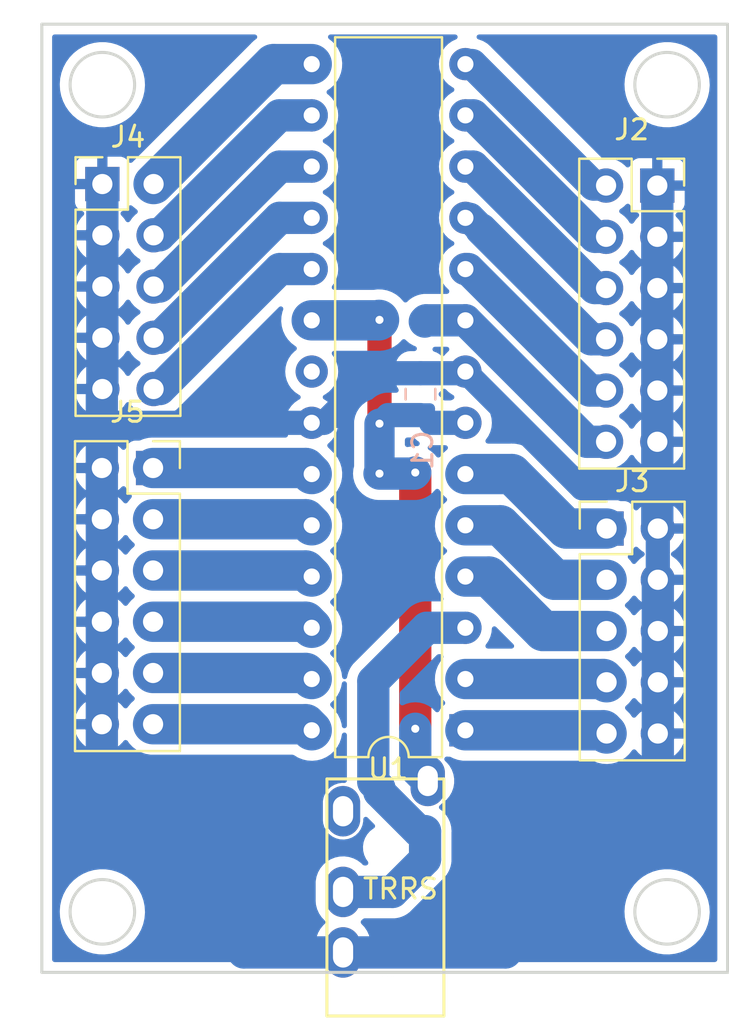
<source format=kicad_pcb>
(kicad_pcb (version 20211014) (generator pcbnew)
  (title_block (title "Just Split") (date "2021-08-01") (rev "0.1") (company "semicontinuity"))
  (layers (0 "F.Cu" signal) (31 "B.Cu" signal) (34 "B.Paste" user) (35 "F.Paste" user) (36 "B.SilkS" user "B.Silkscreen") (37 "F.SilkS" user "F.Silkscreen") (38 "B.Mask" user) (39 "F.Mask" user) (44 "Edge.Cuts" user))
  (net 0 "")
  (net 2 "TXD")
  (net 4 "/RXD")
  (net 5 "GND")
  (net 6 "/VCC")
  (net 7 "/PB0")
  (net 8 "/PB7")
  (net 9 "/PB6")
  (net 10 "/PB5")
  (net 11 "/PB4")
  (net 12 "/PB3")
  (net 13 "/PB2")
  (net 14 "/PB1")
  (net 15 "/RESET")
  (net 16 "/PD2")
  (net 17 "/PD3")
  (net 18 "/PD4")
  (net 19 "/PD7")
  (net 20 "/PD6")
  (net 21 "/PD5")
  (net 22 "/PC0")
  (net 23 "/PC1")
  (net 24 "/PC2")
  (net 25 "/PC3")
  (net 26 "/PC4")
  (net 27 "/PC5")
  (footprint "Package_DIP:DIP-28_W7.62mm" (layer "F.Cu") (at 60.48576 145.37278 180)
    (fp_text reference "U1" (at 3.82564 -1.90678) (layer "F.SilkS"))
    (fp_text value "ATmega88-20PU")
    (fp_line (start 2.81 -1.33) (end 1.16 -1.33) (layer "F.SilkS") (width 0.12))
    (fp_line (start 1.16 34.35) (end 6.46 34.35) (layer "F.SilkS") (width 0.12))
    (fp_line (start 6.46 -1.33) (end 4.81 -1.33) (layer "F.SilkS") (width 0.12))
    (fp_line (start 1.16 -1.33) (end 1.16 34.35) (layer "F.SilkS") (width 0.12))
    (fp_line (start 6.46 34.35) (end 6.46 -1.33) (layer "F.SilkS") (width 0.12))
    (fp_arc (start 4.81 -1.33) (mid 3.81 -0.33) (end 2.81 -1.33) (layer "F.SilkS") (width 0.12))
    (pad "1" thru_hole rect locked (at 0 0 180) (size 1.6 1.6) (drill 0.8) (layers *.Cu *.Mask) (net 15 "/RESET"))
    (pad "2" thru_hole oval locked (at 0 2.54 180) (size 1.6 1.6) (drill 0.8) (layers *.Cu *.Mask) (net 4 "/RXD"))
    (pad "3" thru_hole oval locked (at 0 5.08 180) (size 1.6 1.6) (drill 0.8) (layers *.Cu *.Mask) (net 2 "TXD"))
    (pad "4" thru_hole oval locked (at 0 7.62 180) (size 1.6 1.6) (drill 0.8) (layers *.Cu *.Mask) (net 16 "/PD2"))
    (pad "5" thru_hole oval locked (at 0 10.16 180) (size 1.6 1.6) (drill 0.8) (layers *.Cu *.Mask) (net 17 "/PD3"))
    (pad "6" thru_hole oval locked (at 0 12.7 180) (size 1.6 1.6) (drill 0.8) (layers *.Cu *.Mask) (net 18 "/PD4"))
    (pad "7" thru_hole oval locked (at 0 15.24 180) (size 1.6 1.6) (drill 0.8) (layers *.Cu *.Mask) (net 6 "/VCC"))
    (pad "8" thru_hole oval locked (at 0 17.78 180) (size 1.6 1.6) (drill 0.8) (layers *.Cu *.Mask) (net 5 "GND"))
    (pad "9" thru_hole oval locked (at 0 20.32 180) (size 1.6 1.6) (drill 0.8) (layers *.Cu *.Mask) (net 9 "/PB6"))
    (pad "10" thru_hole oval locked (at 0 22.86 180) (size 1.6 1.6) (drill 0.8) (layers *.Cu *.Mask) (net 8 "/PB7"))
    (pad "11" thru_hole oval locked (at 0 25.4 180) (size 1.6 1.6) (drill 0.8) (layers *.Cu *.Mask) (net 21 "/PD5"))
    (pad "12" thru_hole oval locked (at 0 27.94 180) (size 1.6 1.6) (drill 0.8) (layers *.Cu *.Mask) (net 20 "/PD6"))
    (pad "13" thru_hole oval locked (at 0 30.48 180) (size 1.6 1.6) (drill 0.8) (layers *.Cu *.Mask) (net 19 "/PD7"))
    (pad "14" thru_hole oval locked (at 0 33.02 180) (size 1.6 1.6) (drill 0.8) (layers *.Cu *.Mask) (net 7 "/PB0"))
    (pad "15" thru_hole oval locked (at 7.62 33.02 180) (size 1.6 1.6) (drill 0.8) (layers *.Cu *.Mask) (net 14 "/PB1"))
    (pad "16" thru_hole oval locked (at 7.62 30.48 180) (size 1.6 1.6) (drill 0.8) (layers *.Cu *.Mask) (net 13 "/PB2"))
    (pad "17" thru_hole oval locked (at 7.62 27.94 180) (size 1.6 1.6) (drill 0.8) (layers *.Cu *.Mask) (net 12 "/PB3"))
    (pad "18" thru_hole oval locked (at 7.62 25.4 180) (size 1.6 1.6) (drill 0.8) (layers *.Cu *.Mask) (net 11 "/PB4"))
    (pad "19" thru_hole oval locked (at 7.62 22.86 180) (size 1.6 1.6) (drill 0.8) (layers *.Cu *.Mask) (net 10 "/PB5"))
    (pad "20" thru_hole oval locked (at 7.62 20.32 180) (size 1.6 1.6) (drill 0.8) (layers *.Cu *.Mask) (net 6 "/VCC"))
    (pad "21" thru_hole oval locked (at 7.62 17.78 180) (size 1.6 1.6) (drill 0.8) (layers *.Cu *.Mask))
    (pad "22" thru_hole oval locked (at 7.62 15.24 180) (size 1.6 1.6) (drill 0.8) (layers *.Cu *.Mask) (net 5 "GND"))
    (pad "23" thru_hole oval locked (at 7.62 12.7 180) (size 1.6 1.6) (drill 0.8) (layers *.Cu *.Mask) (net 22 "/PC0"))
    (pad "24" thru_hole oval locked (at 7.62 10.16 180) (size 1.6 1.6) (drill 0.8) (layers *.Cu *.Mask) (net 23 "/PC1"))
    (pad "25" thru_hole oval locked (at 7.62 7.62 180) (size 1.6 1.6) (drill 0.8) (layers *.Cu *.Mask) (net 24 "/PC2"))
    (pad "26" thru_hole oval locked (at 7.62 5.08 180) (size 1.6 1.6) (drill 0.8) (layers *.Cu *.Mask) (net 25 "/PC3"))
    (pad "27" thru_hole oval locked (at 7.62 2.54 180) (size 1.6 1.6) (drill 0.8) (layers *.Cu *.Mask) (net 26 "/PC4"))
    (pad "28" thru_hole oval locked (at 7.62 0 180) (size 1.6 1.6) (drill 0.8) (layers *.Cu *.Mask) (net 27 "/PC5"))
  )
  (footprint "kbd:MJ-4PP-9_1side" (layer "F.Cu") (at 56.51976 159.68478 180)
    (fp_text reference "J1")
    (fp_text value "MJ-4PP-9" hide)
    (fp_text user "TRRS" (at -0.75 6.45) (layer "F.SilkS"))
    (fp_line (start 2.9 11.9) (end -2.9 11.9) (layer "F.SilkS") (width 0.15))
    (fp_line (start -2.9 0.15) (end 2.9 0.15) (layer "F.SilkS") (width 0.15))
    (fp_line (start 2.9 0.15) (end 2.9 11.9) (layer "F.SilkS") (width 0.15))
    (fp_line (start -2.9 11.9) (end -2.9 0.15) (layer "F.SilkS") (width 0.15))
    (pad "" np_thru_hole circle locked (at 0 1.5 180) (size 1.2 1.2) (drill 1.2) (layers *.Cu *.Mask))
    (pad "" np_thru_hole circle locked (at 0 8.5 180) (size 1.2 1.2) (drill 1.2) (layers *.Cu *.Mask))
    (pad "A" thru_hole oval locked (at -2.1 11.8 180) (size 1.7 2.5) (drill oval 1 1.5) (layers *.Cu "B.Mask") (net 6 "/VCC") (clearance 0.15))
    (pad "B" thru_hole oval locked (at 2.1 3.3 180) (size 1.7 2.5) (drill oval 1 1.5) (layers *.Cu "B.Mask") (net 5 "GND"))
    (pad "C" thru_hole oval locked (at 2.1 6.3 180) (size 1.7 2.5) (drill oval 1 1.5) (layers *.Cu "B.Mask") (net 2 "TXD"))
    (pad "D" thru_hole oval locked (at 2.1 10.3 180) (size 1.7 2.5) (drill oval 1 1.5) (layers *.Cu "B.Mask") (clearance 0.15))
  )
  (footprint "Connector_PinHeader_2.54mm:PinHeader_2x05_P2.54mm_Vertical" (layer "F.Cu") (at 67.48576 135.37278)
    (fp_text reference "J3" (at 1.27 -2.33) (layer "F.SilkS"))
    (fp_text value "Conn_02x05_Odd_Even" hide)
    (fp_line (start -1.33 1.27) (end -1.33 11.49) (layer "F.SilkS") (width 0.12))
    (fp_line (start 1.27 -1.33) (end 3.87 -1.33) (layer "F.SilkS") (width 0.12))
    (fp_line (start -1.33 0) (end -1.33 -1.33) (layer "F.SilkS") (width 0.12))
    (fp_line (start -1.33 1.27) (end 1.27 1.27) (layer "F.SilkS") (width 0.12))
    (fp_line (start 3.87 -1.33) (end 3.87 11.49) (layer "F.SilkS") (width 0.12))
    (fp_line (start 1.27 1.27) (end 1.27 -1.33) (layer "F.SilkS") (width 0.12))
    (fp_line (start -1.33 11.49) (end 3.87 11.49) (layer "F.SilkS") (width 0.12))
    (fp_line (start -1.33 -1.33) (end 0 -1.33) (layer "F.SilkS") (width 0.12))
    (pad "1" thru_hole rect (at 0 0) (size 1.7 1.7) (drill 1) (layers *.Cu *.Mask) (net 18 "/PD4"))
    (pad "2" thru_hole oval (at 2.54 0) (size 1.7 1.7) (drill 1) (layers *.Cu *.Mask) (net 5 "GND"))
    (pad "3" thru_hole oval (at 0 2.54) (size 1.7 1.7) (drill 1) (layers *.Cu *.Mask) (net 17 "/PD3"))
    (pad "4" thru_hole oval (at 2.54 2.54) (size 1.7 1.7) (drill 1) (layers *.Cu *.Mask) (net 5 "GND"))
    (pad "5" thru_hole oval (at 0 5.08) (size 1.7 1.7) (drill 1) (layers *.Cu *.Mask) (net 16 "/PD2"))
    (pad "6" thru_hole oval (at 2.54 5.08) (size 1.7 1.7) (drill 1) (layers *.Cu *.Mask) (net 5 "GND"))
    (pad "7" thru_hole oval (at 0 7.62) (size 1.7 1.7) (drill 1) (layers *.Cu *.Mask) (net 4 "/RXD"))
    (pad "8" thru_hole oval (at 2.54 7.62) (size 1.7 1.7) (drill 1) (layers *.Cu *.Mask) (net 5 "GND"))
    (pad "9" thru_hole oval (at 0 10.16) (size 1.7 1.7) (drill 1) (layers *.Cu *.Mask) (net 15 "/RESET"))
    (pad "10" thru_hole oval (at 2.54 10.16) (size 1.7 1.7) (drill 1) (layers *.Cu *.Mask) (net 5 "GND"))
  )
  (footprint "Connector_PinSocket_2.54mm:PinSocket_2x06_P2.54mm_Vertical" (layer "F.Cu") (at 45 132.37278)
    (fp_text reference "J5" (at -1.27 -2.77) (layer "F.SilkS"))
    (fp_text value "Conn_02x06_Odd_Even" hide)
    (fp_line (start -3.87 14.03) (end 1.33 14.03) (layer "F.SilkS") (width 0.12))
    (fp_line (start -1.27 1.27) (end 1.33 1.27) (layer "F.SilkS") (width 0.12))
    (fp_line (start -1.27 -1.33) (end -1.27 1.27) (layer "F.SilkS") (width 0.12))
    (fp_line (start -3.87 -1.33) (end -3.87 14.03) (layer "F.SilkS") (width 0.12))
    (fp_line (start 0 -1.33) (end 1.33 -1.33) (layer "F.SilkS") (width 0.12))
    (fp_line (start -3.87 -1.33) (end -1.27 -1.33) (layer "F.SilkS") (width 0.12))
    (fp_line (start 1.33 -1.33) (end 1.33 0) (layer "F.SilkS") (width 0.12))
    (fp_line (start 1.33 1.27) (end 1.33 14.03) (layer "F.SilkS") (width 0.12))
    (pad "1" thru_hole rect (at 0 0) (size 1.7 1.7) (drill 1) (layers *.Cu *.Mask) (net 22 "/PC0"))
    (pad "2" thru_hole oval (at -2.54 0) (size 1.7 1.7) (drill 1) (layers *.Cu *.Mask) (net 5 "GND"))
    (pad "3" thru_hole oval (at 0 2.54) (size 1.7 1.7) (drill 1) (layers *.Cu *.Mask) (net 23 "/PC1"))
    (pad "4" thru_hole oval (at -2.54 2.54) (size 1.7 1.7) (drill 1) (layers *.Cu *.Mask) (net 5 "GND"))
    (pad "5" thru_hole oval (at 0 5.08) (size 1.7 1.7) (drill 1) (layers *.Cu *.Mask) (net 24 "/PC2"))
    (pad "6" thru_hole oval (at -2.54 5.08) (size 1.7 1.7) (drill 1) (layers *.Cu *.Mask) (net 5 "GND"))
    (pad "7" thru_hole oval (at 0 7.62) (size 1.7 1.7) (drill 1) (layers *.Cu *.Mask) (net 25 "/PC3"))
    (pad "8" thru_hole oval (at -2.54 7.62) (size 1.7 1.7) (drill 1) (layers *.Cu *.Mask) (net 5 "GND"))
    (pad "9" thru_hole oval (at 0 10.16) (size 1.7 1.7) (drill 1) (layers *.Cu *.Mask) (net 26 "/PC4"))
    (pad "10" thru_hole oval (at -2.54 10.16) (size 1.7 1.7) (drill 1) (layers *.Cu *.Mask) (net 5 "GND"))
    (pad "11" thru_hole oval (at 0 12.7) (size 1.7 1.7) (drill 1) (layers *.Cu *.Mask) (net 27 "/PC5"))
    (pad "12" thru_hole oval (at -2.54 12.7) (size 1.7 1.7) (drill 1) (layers *.Cu *.Mask) (net 5 "GND"))
  )
  (footprint "Connector_PinSocket_2.54mm:PinSocket_2x06_P2.54mm_Vertical" (layer "F.Cu") (at 70 118.37278)
    (fp_text reference "J2" (at -1.27 -2.77) (layer "F.SilkS"))
    (fp_text value "Conn_02x06_Odd_Even" hide)
    (fp_line (start -3.87 14.03) (end 1.33 14.03) (layer "F.SilkS") (width 0.12))
    (fp_line (start -3.87 -1.33) (end -1.27 -1.33) (layer "F.SilkS") (width 0.12))
    (fp_line (start -1.27 -1.33) (end -1.27 1.27) (layer "F.SilkS") (width 0.12))
    (fp_line (start -1.27 1.27) (end 1.33 1.27) (layer "F.SilkS") (width 0.12))
    (fp_line (start -3.87 -1.33) (end -3.87 14.03) (layer "F.SilkS") (width 0.12))
    (fp_line (start 0 -1.33) (end 1.33 -1.33) (layer "F.SilkS") (width 0.12))
    (fp_line (start 1.33 -1.33) (end 1.33 0) (layer "F.SilkS") (width 0.12))
    (fp_line (start 1.33 1.27) (end 1.33 14.03) (layer "F.SilkS") (width 0.12))
    (pad "1" thru_hole rect (at 0 0) (size 1.7 1.7) (drill 1) (layers *.Cu *.Mask) (net 5 "GND"))
    (pad "2" thru_hole oval (at -2.54 0) (size 1.7 1.7) (drill 1) (layers *.Cu *.Mask) (net 7 "/PB0"))
    (pad "3" thru_hole oval (at 0 2.54) (size 1.7 1.7) (drill 1) (layers *.Cu *.Mask) (net 5 "GND"))
    (pad "4" thru_hole oval (at -2.54 2.54) (size 1.7 1.7) (drill 1) (layers *.Cu *.Mask) (net 19 "/PD7"))
    (pad "5" thru_hole oval (at 0 5.08) (size 1.7 1.7) (drill 1) (layers *.Cu *.Mask) (net 5 "GND"))
    (pad "6" thru_hole oval (at -2.54 5.08) (size 1.7 1.7) (drill 1) (layers *.Cu *.Mask) (net 20 "/PD6"))
    (pad "7" thru_hole oval (at 0 7.62) (size 1.7 1.7) (drill 1) (layers *.Cu *.Mask) (net 5 "GND"))
    (pad "8" thru_hole oval (at -2.54 7.62) (size 1.7 1.7) (drill 1) (layers *.Cu *.Mask) (net 21 "/PD5"))
    (pad "9" thru_hole oval (at 0 10.16) (size 1.7 1.7) (drill 1) (layers *.Cu *.Mask) (net 5 "GND"))
    (pad "10" thru_hole oval (at -2.54 10.16) (size 1.7 1.7) (drill 1) (layers *.Cu *.Mask) (net 8 "/PB7"))
    (pad "11" thru_hole oval (at 0 12.7) (size 1.7 1.7) (drill 1) (layers *.Cu *.Mask) (net 5 "GND"))
    (pad "12" thru_hole oval (at -2.54 12.7) (size 1.7 1.7) (drill 1) (layers *.Cu *.Mask) (net 9 "/PB6"))
  )
  (footprint "Connector_PinHeader_2.54mm:PinHeader_2x05_P2.54mm_Vertical" (layer "F.Cu") (at 42.48576 118.29778)
    (fp_text reference "J4" (at 1.27 -2.33) (layer "F.SilkS"))
    (fp_text value "Conn_02x05_Odd_Even" hide)
    (fp_line (start -1.33 0) (end -1.33 -1.33) (layer "F.SilkS") (width 0.12))
    (fp_line (start 1.27 -1.33) (end 3.87 -1.33) (layer "F.SilkS") (width 0.12))
    (fp_line (start -1.33 -1.33) (end 0 -1.33) (layer "F.SilkS") (width 0.12))
    (fp_line (start -1.33 1.27) (end -1.33 11.49) (layer "F.SilkS") (width 0.12))
    (fp_line (start -1.33 11.49) (end 3.87 11.49) (layer "F.SilkS") (width 0.12))
    (fp_line (start 3.87 -1.33) (end 3.87 11.49) (layer "F.SilkS") (width 0.12))
    (fp_line (start 1.27 1.27) (end 1.27 -1.33) (layer "F.SilkS") (width 0.12))
    (fp_line (start -1.33 1.27) (end 1.27 1.27) (layer "F.SilkS") (width 0.12))
    (pad "1" thru_hole rect (at 0 0) (size 1.7 1.7) (drill 1) (layers *.Cu *.Mask) (net 5 "GND"))
    (pad "2" thru_hole oval (at 2.54 0) (size 1.7 1.7) (drill 1) (layers *.Cu *.Mask) (net 14 "/PB1"))
    (pad "3" thru_hole oval (at 0 2.54) (size 1.7 1.7) (drill 1) (layers *.Cu *.Mask) (net 5 "GND"))
    (pad "4" thru_hole oval (at 2.54 2.54) (size 1.7 1.7) (drill 1) (layers *.Cu *.Mask) (net 13 "/PB2"))
    (pad "5" thru_hole oval (at 0 5.08) (size 1.7 1.7) (drill 1) (layers *.Cu *.Mask) (net 5 "GND"))
    (pad "6" thru_hole oval (at 2.54 5.08) (size 1.7 1.7) (drill 1) (layers *.Cu *.Mask) (net 12 "/PB3"))
    (pad "7" thru_hole oval (at 0 7.62) (size 1.7 1.7) (drill 1) (layers *.Cu *.Mask) (net 5 "GND"))
    (pad "8" thru_hole oval (at 2.54 7.62) (size 1.7 1.7) (drill 1) (layers *.Cu *.Mask) (net 11 "/PB4"))
    (pad "9" thru_hole oval (at 0 10.16) (size 1.7 1.7) (drill 1) (layers *.Cu *.Mask) (net 5 "GND"))
    (pad "10" thru_hole oval (at 2.54 10.16) (size 1.7 1.7) (drill 1) (layers *.Cu *.Mask) (net 10 "/PB5"))
  )
  (footprint "Capacitor_SMD:C_0805_2012Metric_Pad1.18x1.45mm_HandSolder" (layer "B.Cu") (at 58.25776 128.71278 90)
    (fp_text reference "C1" (at -2.77486 0.10922 270) (layer "B.SilkS") (effects (justify mirror)))
    (fp_text value "0.1")
    (fp_line (start -0.261252 -0.735) (end 0.261252 -0.735) (layer "B.SilkS") (width 0.12))
    (fp_line (start -0.261252 0.735) (end 0.261252 0.735) (layer "B.SilkS") (width 0.12))
    (pad "1" smd roundrect locked (at -1.0375 0 90) (size 1.175 1.45) (layers "B.Cu" "B.Paste" "B.Mask") (roundrect_rratio 0.2127659574) (net 6 "/VCC"))
    (pad "2" smd roundrect locked (at 1.0375 0 90) (size 1.175 1.45) (layers "B.Cu" "B.Paste" "B.Mask") (roundrect_rratio 0.2127659574) (net 5 "GND"))
  )
  (gr_line (start 39.48576 157.37278) (end 73.48576 157.37278) (layer "Edge.Cuts") (width 0.15))
  (gr_line (start 39.48576 110.37278) (end 73.48576 110.37278) (layer "Edge.Cuts") (width 0.15))
  (gr_circle (center 70.48576 154.37278) (end 72.08576 154.37278) (layer "Edge.Cuts") (width 0.15) (fill none))
  (gr_line (start 39.48576 157.37278) (end 39.48576 110.37278) (layer "Edge.Cuts") (width 0.15))
  (gr_circle (center 42.48576 113.37278) (end 44.08576 113.37278) (layer "Edge.Cuts") (width 0.15) (fill none))
  (gr_circle (center 70.48576 113.37278) (end 72.08576 113.37278) (layer "Edge.Cuts") (width 0.15) (fill none))
  (gr_line (start 73.48576 110.37278) (end 73.48576 157.37278) (layer "Edge.Cuts") (width 0.15))
  (gr_circle (center 42.48576 154.37278) (end 44.08576 154.37278) (layer "Edge.Cuts") (width 0.15) (fill none))
  (segment (start 56.86976 153.38478) (end 58.48576 151.76878) (width 1.6) (layer "B.Cu") (net 2))
  (segment (start 60.50876 140.26978) (end 60.48576 140.29278) (width 1.2) (layer "B.Cu") (net 2))
  (segment (start 58.48576 151.76878) (end 58.48576 150.37278) (width 1.6) (layer "B.Cu") (net 2))
  (segment (start 56.21976 148.239196) (end 55.919552 147.938988) (width 1.6) (layer "B.Cu") (net 2))
  (segment (start 58.48576 150.37278) (end 58.162176 150.37278) (width 1.6) (layer "B.Cu") (net 2))
  (segment (start 58.162176 150.37278) (end 56.21976 148.430364) (width 1.6) (layer "B.Cu") (net 2))
  (segment (start 54.41976 153.38478) (end 56.86976 153.38478) (width 1.6) (layer "B.Cu") (net 2))
  (segment (start 55.919552 147.938988) (end 55.919552 142.938988) (width 1.6) (layer "B.Cu") (net 2))
  (segment (start 56.21976 148.430364) (end 56.21976 148.239196) (width 1.6) (layer "B.Cu") (net 2))
  (segment (start 58.56576 140.29278) (end 60.48576 140.29278) (width 1.6) (layer "B.Cu") (net 2))
  (segment (start 55.919552 142.938988) (end 58.56576 140.29278) (width 1.6) (layer "B.Cu") (net 2))
  (segment (start 60.48576 142.83278) (end 67.32576 142.83278) (width 2) (layer "B.Cu") (net 4))
  (segment (start 67.32576 142.83278) (end 67.48576 142.99278) (width 2) (layer "B.Cu") (net 4))
  (segment (start 42.46 128.48354) (end 42.48576 128.45778) (width 1.6) (layer "B.Cu") (net 5))
  (segment (start 42.48576 128.45778) (end 42.48576 125.91778) (width 1.6) (layer "B.Cu") (net 5))
  (segment (start 52.86576 130.13278) (end 42.67424 130.13278) (width 1.2) (layer "B.Cu") (net 5))
  (segment (start 49.49776 156.38478) (end 42.46 149.34702) (width 1.6) (layer "B.Cu") (net 5))
  (segment (start 70.02576 142.99278) (end 70.02576 140.45278) (width 1.6) (layer "B.Cu") (net 5))
  (segment (start 70 118.37278) (end 70 120.91278) (width 1.6) (layer "B.Cu") (net 5))
  (segment (start 70 125.99278) (end 70 128.53278) (width 1.6) (layer "B.Cu") (net 5))
  (segment (start 54.41976 156.38478) (end 62.47376 156.38478) (width 1.6) (layer "B.Cu") (net 5))
  (segment (start 70.02576 148.83278) (end 70.02576 145.53278) (width 1.6) (layer "B.Cu") (net 5))
  (segment (start 42.48576 123.37778) (end 42.48576 120.83778) (width 1.6) (layer "B.Cu") (net 5))
  (segment (start 62.47376 156.38478) (end 70.02576 148.83278) (width 1.6) (layer "B.Cu") (net 5))
  (segment (start 70.02576 135.37278) (end 70.02576 137.91278) (width 1.2) (layer "B.Cu") (net 5))
  (segment (start 42.48576 120.83778) (end 42.48576 118.29778) (width 1.6) (layer "B.Cu") (net 5))
  (segment (start 42.46 137.45278) (end 42.46 134.91278) (width 1.6) (layer "B.Cu") (net 5))
  (segment (start 70.02576 140.45278) (end 70.02576 137.91278) (width 1.6) (layer "B.Cu") (net 5))
  (segment (start 42.46 139.99278) (end 42.46 137.45278) (width 1.6) (layer "B.Cu") (net 5))
  (segment (start 53.47226 130.13278) (end 55.92976 127.67528) (width 1.2) (layer "B.Cu") (net 5))
  (segment (start 42.67424 130.13278) (end 42.46 130.34702) (width 1.2) (layer "B.Cu") (net 5))
  (segment (start 42.46 132.37278) (end 42.46 130.34702) (width 1.6) (layer "B.Cu") (net 5))
  (segment (start 42.46 130.34702) (end 42.46 128.48354) (width 1.6) (layer "B.Cu") (net 5))
  (segment (start 55.92976 127.67528) (end 58.25776 127.67528) (width 1.2) (layer "B.Cu") (net 5))
  (segment (start 52.86576 130.13278) (end 53.47226 130.13278) (width 1.2) (layer "B.Cu") (net 5))
  (segment (start 42.46 149.34702) (end 42.46 145.07278) (width 1.6) (layer "B.Cu") (net 5))
  (segment (start 70.02576 145.53278) (end 70.02576 142.99278) (width 1.6) (layer "B.Cu") (net 5))
  (segment (start 42.46 134.91278) (end 42.46 132.37278) (width 1.6) (layer "B.Cu") (net 5))
  (segment (start 70 128.53278) (end 70 131.07278) (width 1.6) (layer "B.Cu") (net 5))
  (segment (start 70 123.45278) (end 70 125.99278) (width 1.6) (layer "B.Cu") (net 5))
  (segment (start 54.41976 156.38478) (end 49.49776 156.38478) (width 1.6) (layer "B.Cu") (net 5))
  (segment (start 42.46 145.07278) (end 42.46 142.53278) (width 1.6) (layer "B.Cu") (net 5))
  (segment (start 60.48576 127.59278) (end 66.26576 133.37278) (width 1.2) (layer "B.Cu") (net 5))
  (segment (start 70 131.07278) (end 70 135.34702) (width 1.6) (layer "B.Cu") (net 5))
  (segment (start 42.48576 125.91778) (end 42.48576 123.37778) (width 1.6) (layer "B.Cu") (net 5))
  (segment (start 69.48576 133.37278) (end 70.02576 133.91278) (width 1.2) (layer "B.Cu") (net 5))
  (segment (start 70 120.91278) (end 70 123.45278) (width 1.6) (layer "B.Cu") (net 5))
  (segment (start 60.40326 127.67528) (end 60.48576 127.59278) (width 1.2) (layer "B.Cu") (net 5))
  (segment (start 58.25776 127.67528) (end 60.40326 127.67528) (width 1.2) (layer "B.Cu") (net 5))
  (segment (start 70 135.34702) (end 70.02576 135.37278) (width 1.6) (layer "B.Cu") (net 5))
  (segment (start 42.46 142.53278) (end 42.46 139.99278) (width 1.6) (layer "B.Cu") (net 5))
  (segment (start 66.26576 133.37278) (end 69.48576 133.37278) (width 1.2) (layer "B.Cu") (net 5))
  (segment (start 70.02576 133.91278) (end 70.02576 135.37278) (width 1.2) (layer "B.Cu") (net 5))
  (segment (start 57.99976 132.59678) (end 57.99976 145.29678) (width 1.6) (layer "F.Cu") (net 6))
  (segment (start 56.22576 130.17328) (end 56.22576 125.02978) (width 1.2) (layer "F.Cu") (net 6))
  (via (at 56.22576 130.17328) (size 0.6) (drill 0.4) (layers "F.Cu" "B.Cu") (net 6))
  (via (at 56.22576 125.02978) (size 0.6) (drill 0.4) (layers "F.Cu" "B.Cu") (net 6))
  (via (at 57.99976 145.29678) (size 0.6) (drill 0.4) (layers "F.Cu" "B.Cu") (net 6))
  (via (at 56.22576 132.64978) (size 0.6) (drill 0.4) (layers "F.Cu" "B.Cu") (net 6))
  (via (at 57.99976 132.59678) (size 0.6) (drill 0.4) (layers "F.Cu" "B.Cu") (net 6))
  (segment (start 56.22576 132.64978) (end 57.94676 132.64978) (width 1.6) (layer "B.Cu") (net 6))
  (segment (start 58.25776 129.75028) (end 56.64876 129.75028) (width 1.2) (layer "B.Cu") (net 6))
  (segment (start 57.94676 132.64978) (end 57.99976 132.59678) (width 1.6) (layer "B.Cu") (net 6))
  (segment (start 52.88876 125.02978) (end 52.86576 125.05278) (width 1.2) (layer "B.Cu") (net 6))
  (segment (start 57.99976 147.26478) (end 58.61976 147.88478) (width 1.6) (layer "B.Cu") (net 6))
  (segment (start 58.77776 130.13278) (end 60.48576 130.13278) (width 1.2) (layer "B.Cu") (net 6))
  (segment (start 56.64876 129.75028) (end 56.22576 130.17328) (width 1.2) (layer "B.Cu") (net 6))
  (segment (start 52.86576 125.05278) (end 56.18075 125.05278) (width 2) (layer "B.Cu") (net 6))
  (segment (start 56.18075 125.05278) (end 56.20375 125.02978) (width 2) (layer "B.Cu") (net 6))
  (segment (start 56.22576 130.17328) (end 56.22576 132.64978) (width 1.5) (layer "B.Cu") (net 6))
  (segment (start 57.99976 145.29678) (end 57.99976 147.26478) (width 1.6) (layer "B.Cu") (net 6))
  (segment (start 60.48576 112.35278) (end 60.818219 112.35278) (width 1.5) (layer "B.Cu") (net 7))
  (segment (start 60.818219 112.35278) (end 66.838219 118.37278) (width 1.5) (layer "B.Cu") (net 7))
  (segment (start 66.838219 118.37278) (end 67.46 118.37278) (width 1.5) (layer "B.Cu") (net 7))
  (segment (start 60.62576 122.51278) (end 60.48576 122.51278) (width 1.6) (layer "B.Cu") (net 8))
  (segment (start 67.46 128.53278) (end 66.64576 128.53278) (width 1.6) (layer "B.Cu") (net 8))
  (segment (start 66.64576 128.53278) (end 60.62576 122.51278) (width 1.6) (layer "B.Cu") (net 8))
  (segment (start 58.53376 125.05278) (end 58.47176 125.11478) (width 1.6) (layer "B.Cu") (net 9))
  (segment (start 60.491345 125.05278) (end 60.48576 125.05278) (width 1.6) (layer "B.Cu") (net 9))
  (segment (start 58.53376 125.05278) (end 60.48576 125.05278) (width 1.6) (layer "B.Cu") (net 9))
  (segment (start 66.511345 131.07278) (end 60.491345 125.05278) (width 1.6) (layer "B.Cu") (net 9))
  (segment (start 67.46 131.07278) (end 66.511345 131.07278) (width 1.6) (layer "B.Cu") (net 9))
  (segment (start 51.27594 122.51278) (end 52.86576 122.51278) (width 1.6) (layer "B.Cu") (net 10))
  (segment (start 45.33094 128.45778) (end 51.27594 122.51278) (width 1.6) (layer "B.Cu") (net 10))
  (segment (start 45.02576 128.45778) (end 45.33094 128.45778) (width 1.6) (layer "B.Cu") (net 10))
  (segment (start 45.02576 125.91778) (end 45.325356 125.91778) (width 1.6) (layer "B.Cu") (net 11))
  (segment (start 51.270356 119.97278) (end 52.86576 119.97278) (width 1.6) (layer "B.Cu") (net 11))
  (segment (start 45.325356 125.91778) (end 51.270356 119.97278) (width 1.6) (layer "B.Cu") (net 11))
  (segment (start 45.02576 123.37778) (end 45.319772 123.37778) (width 1.6) (layer "B.Cu") (net 12))
  (segment (start 45.319772 123.37778) (end 51.264772 117.43278) (width 1.6) (layer "B.Cu") (net 12))
  (segment (start 51.264772 117.43278) (end 52.86576 117.43278) (width 1.6) (layer "B.Cu") (net 12))
  (segment (start 45.02576 120.83778) (end 45.314188 120.83778) (width 1.6) (layer "B.Cu") (net 13))
  (segment (start 51.259188 114.89278) (end 52.86576 114.89278) (width 1.6) (layer "B.Cu") (net 13))
  (segment (start 45.314188 120.83778) (end 51.259188 114.89278) (width 1.6) (layer "B.Cu") (net 13))
  (segment (start 52.86576 112.35278) (end 50.97076 112.35278) (width 2) (layer "B.Cu") (net 14))
  (segment (start 50.97076 112.35278) (end 45.02576 118.29778) (width 2) (layer "B.Cu") (net 14))
  (segment (start 60.48576 145.37278) (end 67.32576 145.37278) (width 2) (layer "B.Cu") (net 15))
  (segment (start 67.32576 145.37278) (end 67.48576 145.53278) (width 2) (layer "B.Cu") (net 15))
  (segment (start 64.34322 140.45278) (end 61.64322 137.75278) (width 2) (layer "B.Cu") (net 16))
  (segment (start 61.64322 137.75278) (end 60.48576 137.75278) (width 2) (layer "B.Cu") (net 16))
  (segment (start 67.48576 140.45278) (end 64.34322 140.45278) (width 2) (layer "B.Cu") (net 16))
  (segment (start 67.48576 137.91278) (end 64.91449 137.91278) (width 2) (layer "B.Cu") (net 17))
  (segment (start 62.21449 135.21278) (end 60.48576 135.21278) (width 2) (layer "B.Cu") (net 17))
  (segment (start 64.91449 137.91278) (end 62.21449 135.21278) (width 2) (layer "B.Cu") (net 17))
  (segment (start 65.48576 135.37278) (end 67.48576 135.37278) (width 2) (layer "B.Cu") (net 18))
  (segment (start 60.48576 132.67278) (end 62.78576 132.67278) (width 2) (layer "B.Cu") (net 18))
  (segment (start 62.78576 132.67278) (end 65.48576 135.37278) (width 2) (layer "B.Cu") (net 18))
  (segment (start 67.46 120.91278) (end 66.903345 120.91278) (width 1.6) (layer "B.Cu") (net 19))
  (segment (start 60.883345 114.89278) (end 60.48576 114.89278) (width 1.6) (layer "B.Cu") (net 19))
  (segment (start 66.903345 120.91278) (end 60.883345 114.89278) (width 1.6) (layer "B.Cu") (net 19))
  (segment (start 60.877761 117.43278) (end 60.48576 117.43278) (width 1.6) (layer "B.Cu") (net 20))
  (segment (start 67.46 123.45278) (end 66.897761 123.45278) (width 1.6) (layer "B.Cu") (net 20))
  (segment (start 66.897761 123.45278) (end 60.877761 117.43278) (width 1.6) (layer "B.Cu") (net 20))
  (segment (start 60.48576 119.97278) (end 60.69576 119.97278) (width 1.5) (layer "B.Cu") (net 21))
  (segment (start 66.71576 125.99278) (end 61.26576 120.54278) (width 1.6) (layer "B.Cu") (net 21))
  (segment (start 60.69576 119.97278) (end 61.26576 120.54278) (width 1.5) (layer "B.Cu") (net 21))
  (segment (start 67.46 125.99278) (end 66.71576 125.99278) (width 1.6) (layer "B.Cu") (net 21))
  (segment (start 52.56576 132.37278) (end 52.86576 132.67278) (width 2) (layer "B.Cu") (net 22))
  (segment (start 45 132.37278) (end 52.56576 132.37278) (width 2) (layer "B.Cu") (net 22))
  (segment (start 52.56576 134.91278) (end 52.86576 135.21278) (width 2) (layer "B.Cu") (net 23))
  (segment (start 45 134.91278) (end 52.56576 134.91278) (width 2) (layer "B.Cu") (net 23))
  (segment (start 52.56576 137.45278) (end 52.86576 137.75278) (width 2) (layer "B.Cu") (net 24))
  (segment (start 45 137.45278) (end 52.56576 137.45278) (width 2) (layer "B.Cu") (net 24))
  (segment (start 45 139.99278) (end 52.56576 139.99278) (width 2) (layer "B.Cu") (net 25))
  (segment (start 52.56576 139.99278) (end 52.86576 140.29278) (width 2) (layer "B.Cu") (net 25))
  (segment (start 45 142.53278) (end 52.56576 142.53278) (width 2) (layer "B.Cu") (net 26))
  (segment (start 52.56576 142.53278) (end 52.86576 142.83278) (width 2) (layer "B.Cu") (net 26))
  (segment (start 52.56576 145.07278) (end 52.86576 145.37278) (width 2) (layer "B.Cu") (net 27))
  (segment (start 45 145.07278) (end 52.56576 145.07278) (width 2) (layer "B.Cu") (net 27))
  (zone (net 5) (net_name "GND") (layer "B.Cu") (connect_pads (clearance 0.508)) (min_thickness 0.254) (fill yes (thermal_gap 0.508) (thermal_bridge_width 0.508) (island_removal_mode 1) (island_area_min 0))
    (polygon (pts (xy 73.48576 157.37278) (xy 39.48576 157.37278) (xy 39.48576 110.37278) (xy 73.48576 110.37278)))
  )
)
</source>
